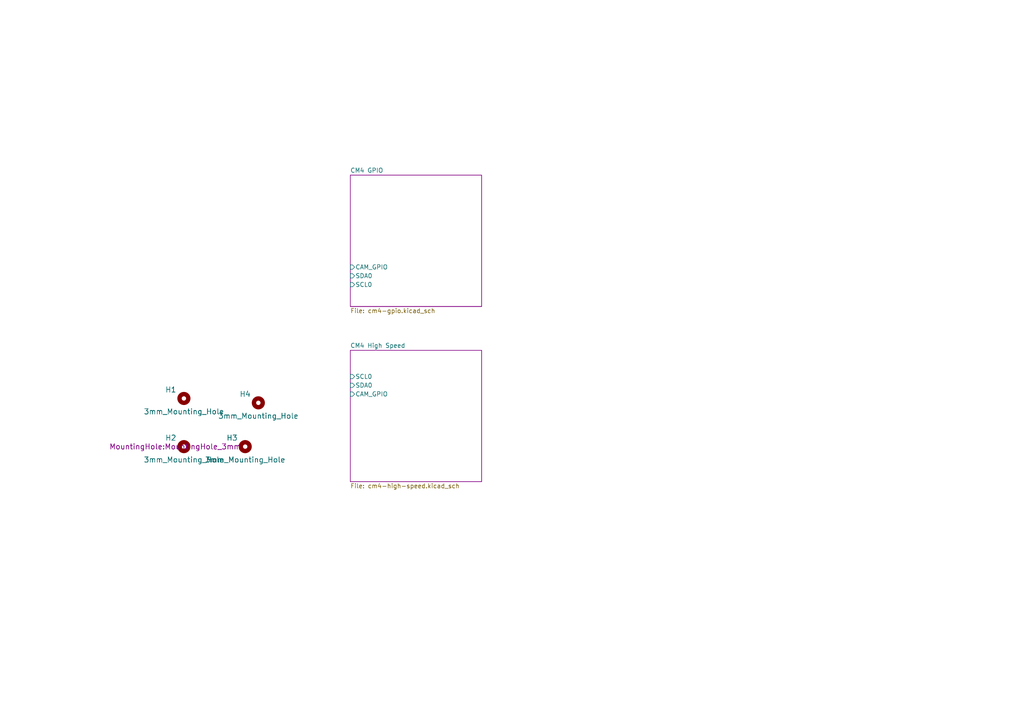
<source format=kicad_sch>
(kicad_sch (version 20211123) (generator eeschema)
  (paper "A4")
  (title_block (title "ColoradoCUBE C&DH") (date "2022-01-23") (rev "v01") (comment 4 "Author: Kate Nechaeva"))
  (lib_symbols
    (symbol "Mechanical:MountingHole" (pin_names (offset 1.016))
      (property "Reference" "H" (at 0 5.08 0))
      (property "Value" "MountingHole" (at 0 3.175 0))
      (symbol "MountingHole_0_1"
        (circle (center 0 0) (radius 1.27) (stroke (width 1.27)))
      )
    )
  )
  (symbol (lib_id "Mechanical:MountingHole") (at 53.34 115.57 0) (unit 1)
    (property "Reference" "H1" (at 49.53 113.03 0) (effects (font (size 1.524 1.524))))
    (property "Value" "3mm_Mounting_Hole" (at 53.34 119.38 0) (effects (font (size 1.524 1.524))))
    (property "Footprint" "MountingHole:MountingHole_3mm" (effects hide))
  )
  (symbol (lib_id "Mechanical:MountingHole") (at 71.12 129.54 0) (unit 1)
    (property "Reference" "H3" (at 67.31 127 0) (effects (font (size 1.524 1.524))))
    (property "Value" "3mm_Mounting_Hole" (at 71.12 133.35 0) (effects (font (size 1.524 1.524))))
    (property "Footprint" "MountingHole:MountingHole_3mm" (effects hide))
  )
  (symbol (lib_id "Mechanical:MountingHole") (at 53.34 129.54 0) (unit 1)
    (property "Reference" "H2" (at 49.53 127 0) (effects (font (size 1.524 1.524))))
    (property "Value" "3mm_Mounting_Hole" (at 53.34 133.35 0) (effects (font (size 1.524 1.524))))
    (property "Footprint" "MountingHole:MountingHole_3mm" (at 50.8 129.54 0) (effects (font (size 1.524 1.524))))
  )
  (symbol (lib_id "Mechanical:MountingHole") (at 74.93 116.84 0) (unit 1)
    (property "Reference" "H4" (at 71.12 114.3 0) (effects (font (size 1.524 1.524))))
    (property "Value" "3mm_Mounting_Hole" (at 74.93 120.65 0) (effects (font (size 1.524 1.524))))
    (property "Footprint" "MountingHole:MountingHole_3mm" (effects hide))
  )
  (sheet (at 101.6 101.6) (size 38.1 38.1) (stroke (width 0) (color 132 0 132 1)) (fill (color 255 255 255 0.0000))
    (property "Sheet name" "CM4 High Speed" (at 101.6 100.9645 0) (effects (justify left bottom)))
    (property "Sheet file" "cm4-high-speed.kicad_sch" (at 101.6 140.2085 0) (effects (justify left top)))
    (pin "SCL0" input (at 101.6 109.22 180))
    (pin "SDA0" input (at 101.6 111.76 180))
    (pin "CAM_GPIO" input (at 101.6 114.3 180))
  )
  (sheet (at 101.6 50.8) (size 38.1 38.1) (stroke (width 0) (color 132 0 132 1)) (fill (color 255 255 255 0.0000))
    (property "Sheet name" "CM4 GPIO" (at 101.6 50.1645 0) (effects (justify left bottom)))
    (property "Sheet file" "cm4-gpio.kicad_sch" (at 101.6 89.4085 0) (effects (justify left top)))
    (pin "SDA0" input (at 101.6 80.01 180))
    (pin "SCL0" input (at 101.6 82.55 180))
    (pin "CAM_GPIO" input (at 101.6 77.47 180))
  )
)
</source>
